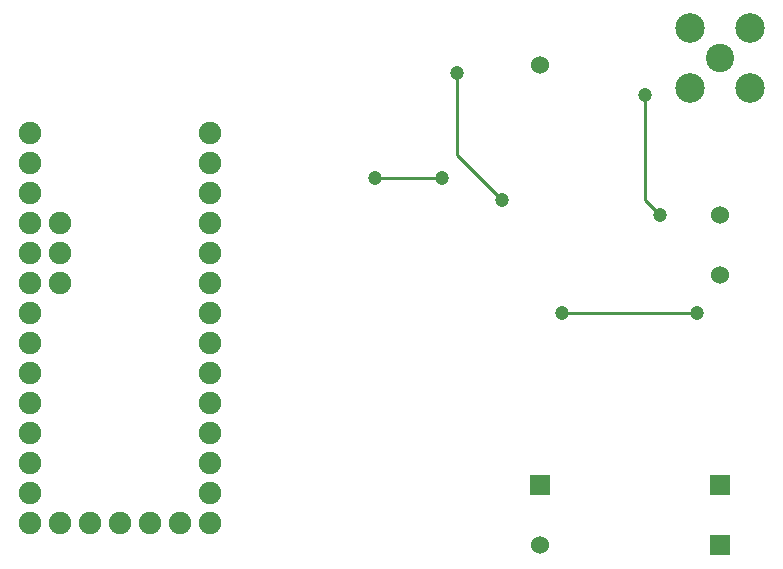
<source format=gbr>
G04 #@! TF.GenerationSoftware,KiCad,Pcbnew,(2017-06-08 revision 33e0758)-master*
G04 #@! TF.CreationDate,2017-06-14T10:18:05-04:00*
G04 #@! TF.ProjectId,attempt-2,617474656D70742D322E6B696361645F,rev?*
G04 #@! TF.FileFunction,Copper,L2,Bot,Signal*
G04 #@! TF.FilePolarity,Positive*
%FSLAX46Y46*%
G04 Gerber Fmt 4.6, Leading zero omitted, Abs format (unit mm)*
G04 Created by KiCad (PCBNEW (2017-06-08 revision 33e0758)-master) date Wednesday, June 14, 2017 'AMt' 10:18:05 AM*
%MOMM*%
%LPD*%
G01*
G04 APERTURE LIST*
%ADD10C,0.100000*%
%ADD11C,1.524000*%
%ADD12C,2.400000*%
%ADD13C,2.500000*%
%ADD14R,1.700000X1.700000*%
%ADD15C,1.900000*%
%ADD16C,1.200000*%
%ADD17C,0.250000*%
G04 APERTURE END LIST*
D10*
D11*
X247650000Y-78740000D03*
X232410000Y-78740000D03*
X232410000Y-73660000D03*
X247650000Y-73660000D03*
X247650000Y-55860000D03*
X247650000Y-50780000D03*
X232410000Y-38080000D03*
D12*
X247650000Y-37465000D03*
D13*
X245110000Y-34925000D03*
X250190000Y-34925000D03*
X250190000Y-40005000D03*
X245110000Y-40005000D03*
D14*
X232410000Y-73660000D03*
X247650000Y-73660000D03*
X247650000Y-78740000D03*
D15*
X191770000Y-51435000D03*
X191770000Y-53975000D03*
X191770000Y-56515000D03*
X201930000Y-76835000D03*
X199390000Y-76835000D03*
X196850000Y-76835000D03*
X191770000Y-76835000D03*
X194310000Y-76835000D03*
X204470000Y-46355000D03*
X204470000Y-48895000D03*
X204470000Y-51435000D03*
X204470000Y-53975000D03*
X204470000Y-56515000D03*
X204470000Y-59055000D03*
X204470000Y-61595000D03*
X204470000Y-64135000D03*
X204470000Y-66675000D03*
X204470000Y-69215000D03*
X204470000Y-71755000D03*
X204470000Y-74295000D03*
X204470000Y-76835000D03*
X189230000Y-76835000D03*
X189230000Y-74295000D03*
X189230000Y-71755000D03*
X189230000Y-69215000D03*
X189230000Y-66675000D03*
X189230000Y-64135000D03*
X189230000Y-61595000D03*
X189230000Y-59055000D03*
X189230000Y-56515000D03*
X189230000Y-53975000D03*
X189230000Y-51435000D03*
X189230000Y-48895000D03*
X189230000Y-46355000D03*
X189230000Y-43815000D03*
X204470000Y-43815000D03*
D16*
X224155000Y-47625000D03*
X218440000Y-47625000D03*
X229235000Y-49530000D03*
X225425000Y-38735000D03*
X242570000Y-50800000D03*
X241300000Y-40640000D03*
X245745000Y-59055000D03*
X234315000Y-59055000D03*
D17*
X218440000Y-47625000D02*
X224155000Y-47625000D01*
X225425000Y-45720000D02*
X229235000Y-49530000D01*
X225425000Y-38735000D02*
X225425000Y-45720000D01*
X241970001Y-50200001D02*
X242570000Y-50800000D01*
X241300000Y-40640000D02*
X241300000Y-49530000D01*
X241300000Y-49530000D02*
X241970001Y-50200001D01*
X234315000Y-59055000D02*
X245745000Y-59055000D01*
M02*

</source>
